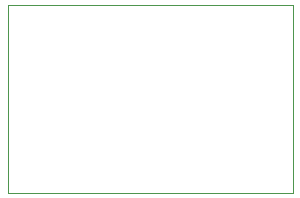
<source format=gbr>
%TF.GenerationSoftware,KiCad,Pcbnew,7.0.2*%
%TF.CreationDate,2023-05-13T14:05:58-05:00*%
%TF.ProjectId,BreadboardLEDArray,42726561-6462-46f6-9172-644c45444172,0*%
%TF.SameCoordinates,Original*%
%TF.FileFunction,Profile,NP*%
%FSLAX46Y46*%
G04 Gerber Fmt 4.6, Leading zero omitted, Abs format (unit mm)*
G04 Created by KiCad (PCBNEW 7.0.2) date 2023-05-13 14:05:58*
%MOMM*%
%LPD*%
G01*
G04 APERTURE LIST*
%TA.AperFunction,Profile*%
%ADD10C,0.100000*%
%TD*%
G04 APERTURE END LIST*
D10*
X173355000Y-125095000D02*
X149225000Y-125095000D01*
X149225000Y-109220000D01*
X173355000Y-109220000D01*
X173355000Y-125095000D01*
M02*

</source>
